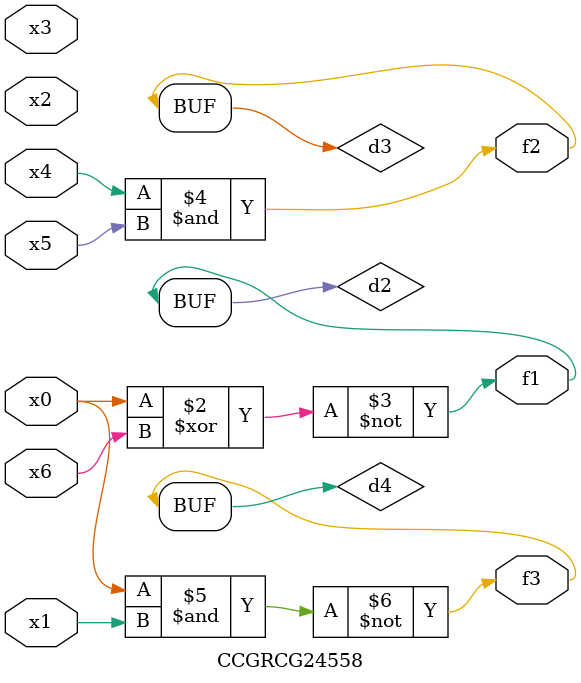
<source format=v>
module CCGRCG24558(
	input x0, x1, x2, x3, x4, x5, x6,
	output f1, f2, f3
);

	wire d1, d2, d3, d4;

	nor (d1, x0);
	xnor (d2, x0, x6);
	and (d3, x4, x5);
	nand (d4, x0, x1);
	assign f1 = d2;
	assign f2 = d3;
	assign f3 = d4;
endmodule

</source>
